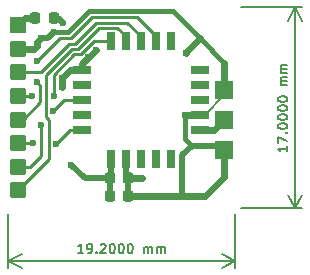
<source format=gbr>
%TF.GenerationSoftware,KiCad,Pcbnew,8.0.9-8.0.9-0~ubuntu22.04.1*%
%TF.CreationDate,2025-04-18T16:48:51+02:00*%
%TF.ProjectId,Adapter_noname_green_RF_module_to_Ebyte_E07_868MS10_FUEL4EP,41646170-7465-4725-9f6e-6f6e616d655f,1.0*%
%TF.SameCoordinates,Original*%
%TF.FileFunction,Copper,L1,Top*%
%TF.FilePolarity,Positive*%
%FSLAX46Y46*%
G04 Gerber Fmt 4.6, Leading zero omitted, Abs format (unit mm)*
G04 Created by KiCad (PCBNEW 8.0.9-8.0.9-0~ubuntu22.04.1) date 2025-04-18 16:48:51*
%MOMM*%
%LPD*%
G01*
G04 APERTURE LIST*
G04 Aperture macros list*
%AMRoundRect*
0 Rectangle with rounded corners*
0 $1 Rounding radius*
0 $2 $3 $4 $5 $6 $7 $8 $9 X,Y pos of 4 corners*
0 Add a 4 corners polygon primitive as box body*
4,1,4,$2,$3,$4,$5,$6,$7,$8,$9,$2,$3,0*
0 Add four circle primitives for the rounded corners*
1,1,$1+$1,$2,$3*
1,1,$1+$1,$4,$5*
1,1,$1+$1,$6,$7*
1,1,$1+$1,$8,$9*
0 Add four rect primitives between the rounded corners*
20,1,$1+$1,$2,$3,$4,$5,0*
20,1,$1+$1,$4,$5,$6,$7,0*
20,1,$1+$1,$6,$7,$8,$9,0*
20,1,$1+$1,$8,$9,$2,$3,0*%
G04 Aperture macros list end*
%ADD10C,0.200000*%
%TA.AperFunction,NonConductor*%
%ADD11C,0.200000*%
%TD*%
%TA.AperFunction,NonConductor*%
%ADD12C,0.150000*%
%TD*%
%TA.AperFunction,CastellatedPad*%
%ADD13R,1.400000X1.400000*%
%TD*%
%TA.AperFunction,CastellatedPad*%
%ADD14RoundRect,0.300000X-0.400000X-0.400000X0.400000X-0.400000X0.400000X0.400000X-0.400000X0.400000X0*%
%TD*%
%TA.AperFunction,SMDPad,CuDef*%
%ADD15RoundRect,0.225000X-0.225000X-0.250000X0.225000X-0.250000X0.225000X0.250000X-0.225000X0.250000X0*%
%TD*%
%TA.AperFunction,CastellatedPad*%
%ADD16R,1.600000X1.600000*%
%TD*%
%TA.AperFunction,SMDPad,CuDef*%
%ADD17RoundRect,0.218750X-0.218750X-0.256250X0.218750X-0.256250X0.218750X0.256250X-0.218750X0.256250X0*%
%TD*%
%TA.AperFunction,SMDPad,CuDef*%
%ADD18R,0.800000X1.500000*%
%TD*%
%TA.AperFunction,SMDPad,CuDef*%
%ADD19R,1.500000X0.800000*%
%TD*%
%TA.AperFunction,ViaPad*%
%ADD20C,0.600000*%
%TD*%
%TA.AperFunction,Conductor*%
%ADD21C,0.600000*%
%TD*%
%TA.AperFunction,Conductor*%
%ADD22C,0.400000*%
%TD*%
%TA.AperFunction,Conductor*%
%ADD23C,0.250000*%
%TD*%
%TA.AperFunction,Conductor*%
%ADD24C,0.500000*%
%TD*%
%TA.AperFunction,Conductor*%
%ADD25C,0.200000*%
%TD*%
G04 APERTURE END LIST*
D10*
D11*
X6361903Y-3804695D02*
X5904760Y-3804695D01*
X6133332Y-3804695D02*
X6133332Y-3004695D01*
X6133332Y-3004695D02*
X6057141Y-3118980D01*
X6057141Y-3118980D02*
X5980951Y-3195171D01*
X5980951Y-3195171D02*
X5904760Y-3233266D01*
X6742856Y-3804695D02*
X6895237Y-3804695D01*
X6895237Y-3804695D02*
X6971427Y-3766600D01*
X6971427Y-3766600D02*
X7009523Y-3728504D01*
X7009523Y-3728504D02*
X7085713Y-3614219D01*
X7085713Y-3614219D02*
X7123808Y-3461838D01*
X7123808Y-3461838D02*
X7123808Y-3157076D01*
X7123808Y-3157076D02*
X7085713Y-3080885D01*
X7085713Y-3080885D02*
X7047618Y-3042790D01*
X7047618Y-3042790D02*
X6971427Y-3004695D01*
X6971427Y-3004695D02*
X6819046Y-3004695D01*
X6819046Y-3004695D02*
X6742856Y-3042790D01*
X6742856Y-3042790D02*
X6704761Y-3080885D01*
X6704761Y-3080885D02*
X6666665Y-3157076D01*
X6666665Y-3157076D02*
X6666665Y-3347552D01*
X6666665Y-3347552D02*
X6704761Y-3423742D01*
X6704761Y-3423742D02*
X6742856Y-3461838D01*
X6742856Y-3461838D02*
X6819046Y-3499933D01*
X6819046Y-3499933D02*
X6971427Y-3499933D01*
X6971427Y-3499933D02*
X7047618Y-3461838D01*
X7047618Y-3461838D02*
X7085713Y-3423742D01*
X7085713Y-3423742D02*
X7123808Y-3347552D01*
X7466666Y-3728504D02*
X7504761Y-3766600D01*
X7504761Y-3766600D02*
X7466666Y-3804695D01*
X7466666Y-3804695D02*
X7428570Y-3766600D01*
X7428570Y-3766600D02*
X7466666Y-3728504D01*
X7466666Y-3728504D02*
X7466666Y-3804695D01*
X7809522Y-3080885D02*
X7847618Y-3042790D01*
X7847618Y-3042790D02*
X7923808Y-3004695D01*
X7923808Y-3004695D02*
X8114284Y-3004695D01*
X8114284Y-3004695D02*
X8190475Y-3042790D01*
X8190475Y-3042790D02*
X8228570Y-3080885D01*
X8228570Y-3080885D02*
X8266665Y-3157076D01*
X8266665Y-3157076D02*
X8266665Y-3233266D01*
X8266665Y-3233266D02*
X8228570Y-3347552D01*
X8228570Y-3347552D02*
X7771427Y-3804695D01*
X7771427Y-3804695D02*
X8266665Y-3804695D01*
X8761904Y-3004695D02*
X8838094Y-3004695D01*
X8838094Y-3004695D02*
X8914285Y-3042790D01*
X8914285Y-3042790D02*
X8952380Y-3080885D01*
X8952380Y-3080885D02*
X8990475Y-3157076D01*
X8990475Y-3157076D02*
X9028570Y-3309457D01*
X9028570Y-3309457D02*
X9028570Y-3499933D01*
X9028570Y-3499933D02*
X8990475Y-3652314D01*
X8990475Y-3652314D02*
X8952380Y-3728504D01*
X8952380Y-3728504D02*
X8914285Y-3766600D01*
X8914285Y-3766600D02*
X8838094Y-3804695D01*
X8838094Y-3804695D02*
X8761904Y-3804695D01*
X8761904Y-3804695D02*
X8685713Y-3766600D01*
X8685713Y-3766600D02*
X8647618Y-3728504D01*
X8647618Y-3728504D02*
X8609523Y-3652314D01*
X8609523Y-3652314D02*
X8571427Y-3499933D01*
X8571427Y-3499933D02*
X8571427Y-3309457D01*
X8571427Y-3309457D02*
X8609523Y-3157076D01*
X8609523Y-3157076D02*
X8647618Y-3080885D01*
X8647618Y-3080885D02*
X8685713Y-3042790D01*
X8685713Y-3042790D02*
X8761904Y-3004695D01*
X9523809Y-3004695D02*
X9599999Y-3004695D01*
X9599999Y-3004695D02*
X9676190Y-3042790D01*
X9676190Y-3042790D02*
X9714285Y-3080885D01*
X9714285Y-3080885D02*
X9752380Y-3157076D01*
X9752380Y-3157076D02*
X9790475Y-3309457D01*
X9790475Y-3309457D02*
X9790475Y-3499933D01*
X9790475Y-3499933D02*
X9752380Y-3652314D01*
X9752380Y-3652314D02*
X9714285Y-3728504D01*
X9714285Y-3728504D02*
X9676190Y-3766600D01*
X9676190Y-3766600D02*
X9599999Y-3804695D01*
X9599999Y-3804695D02*
X9523809Y-3804695D01*
X9523809Y-3804695D02*
X9447618Y-3766600D01*
X9447618Y-3766600D02*
X9409523Y-3728504D01*
X9409523Y-3728504D02*
X9371428Y-3652314D01*
X9371428Y-3652314D02*
X9333332Y-3499933D01*
X9333332Y-3499933D02*
X9333332Y-3309457D01*
X9333332Y-3309457D02*
X9371428Y-3157076D01*
X9371428Y-3157076D02*
X9409523Y-3080885D01*
X9409523Y-3080885D02*
X9447618Y-3042790D01*
X9447618Y-3042790D02*
X9523809Y-3004695D01*
X10285714Y-3004695D02*
X10361904Y-3004695D01*
X10361904Y-3004695D02*
X10438095Y-3042790D01*
X10438095Y-3042790D02*
X10476190Y-3080885D01*
X10476190Y-3080885D02*
X10514285Y-3157076D01*
X10514285Y-3157076D02*
X10552380Y-3309457D01*
X10552380Y-3309457D02*
X10552380Y-3499933D01*
X10552380Y-3499933D02*
X10514285Y-3652314D01*
X10514285Y-3652314D02*
X10476190Y-3728504D01*
X10476190Y-3728504D02*
X10438095Y-3766600D01*
X10438095Y-3766600D02*
X10361904Y-3804695D01*
X10361904Y-3804695D02*
X10285714Y-3804695D01*
X10285714Y-3804695D02*
X10209523Y-3766600D01*
X10209523Y-3766600D02*
X10171428Y-3728504D01*
X10171428Y-3728504D02*
X10133333Y-3652314D01*
X10133333Y-3652314D02*
X10095237Y-3499933D01*
X10095237Y-3499933D02*
X10095237Y-3309457D01*
X10095237Y-3309457D02*
X10133333Y-3157076D01*
X10133333Y-3157076D02*
X10171428Y-3080885D01*
X10171428Y-3080885D02*
X10209523Y-3042790D01*
X10209523Y-3042790D02*
X10285714Y-3004695D01*
X11504762Y-3804695D02*
X11504762Y-3271361D01*
X11504762Y-3347552D02*
X11542857Y-3309457D01*
X11542857Y-3309457D02*
X11619047Y-3271361D01*
X11619047Y-3271361D02*
X11733333Y-3271361D01*
X11733333Y-3271361D02*
X11809524Y-3309457D01*
X11809524Y-3309457D02*
X11847619Y-3385647D01*
X11847619Y-3385647D02*
X11847619Y-3804695D01*
X11847619Y-3385647D02*
X11885714Y-3309457D01*
X11885714Y-3309457D02*
X11961905Y-3271361D01*
X11961905Y-3271361D02*
X12076190Y-3271361D01*
X12076190Y-3271361D02*
X12152381Y-3309457D01*
X12152381Y-3309457D02*
X12190476Y-3385647D01*
X12190476Y-3385647D02*
X12190476Y-3804695D01*
X12571429Y-3804695D02*
X12571429Y-3271361D01*
X12571429Y-3347552D02*
X12609524Y-3309457D01*
X12609524Y-3309457D02*
X12685714Y-3271361D01*
X12685714Y-3271361D02*
X12800000Y-3271361D01*
X12800000Y-3271361D02*
X12876191Y-3309457D01*
X12876191Y-3309457D02*
X12914286Y-3385647D01*
X12914286Y-3385647D02*
X12914286Y-3804695D01*
X12914286Y-3385647D02*
X12952381Y-3309457D01*
X12952381Y-3309457D02*
X13028572Y-3271361D01*
X13028572Y-3271361D02*
X13142857Y-3271361D01*
X13142857Y-3271361D02*
X13219048Y-3309457D01*
X13219048Y-3309457D02*
X13257143Y-3385647D01*
X13257143Y-3385647D02*
X13257143Y-3804695D01*
D12*
X0Y-500000D02*
X0Y-5031420D01*
X19200000Y-500000D02*
X19200000Y-5031420D01*
X0Y-4445000D02*
X19200000Y-4445000D01*
X0Y-4445000D02*
X19200000Y-4445000D01*
X0Y-4445000D02*
X1126504Y-3858579D01*
X0Y-4445000D02*
X1126504Y-5031421D01*
X19200000Y-4445000D02*
X18073496Y-5031421D01*
X19200000Y-4445000D02*
X18073496Y-3858579D01*
D10*
D11*
X23616695Y5261903D02*
X23616695Y4804760D01*
X23616695Y5033332D02*
X22816695Y5033332D01*
X22816695Y5033332D02*
X22930980Y4957141D01*
X22930980Y4957141D02*
X23007171Y4880951D01*
X23007171Y4880951D02*
X23045266Y4804760D01*
X22816695Y5528570D02*
X22816695Y6061904D01*
X22816695Y6061904D02*
X23616695Y5719046D01*
X23540504Y6366666D02*
X23578600Y6404761D01*
X23578600Y6404761D02*
X23616695Y6366666D01*
X23616695Y6366666D02*
X23578600Y6328570D01*
X23578600Y6328570D02*
X23540504Y6366666D01*
X23540504Y6366666D02*
X23616695Y6366666D01*
X22816695Y6899999D02*
X22816695Y6976189D01*
X22816695Y6976189D02*
X22854790Y7052380D01*
X22854790Y7052380D02*
X22892885Y7090475D01*
X22892885Y7090475D02*
X22969076Y7128570D01*
X22969076Y7128570D02*
X23121457Y7166665D01*
X23121457Y7166665D02*
X23311933Y7166665D01*
X23311933Y7166665D02*
X23464314Y7128570D01*
X23464314Y7128570D02*
X23540504Y7090475D01*
X23540504Y7090475D02*
X23578600Y7052380D01*
X23578600Y7052380D02*
X23616695Y6976189D01*
X23616695Y6976189D02*
X23616695Y6899999D01*
X23616695Y6899999D02*
X23578600Y6823808D01*
X23578600Y6823808D02*
X23540504Y6785713D01*
X23540504Y6785713D02*
X23464314Y6747618D01*
X23464314Y6747618D02*
X23311933Y6709522D01*
X23311933Y6709522D02*
X23121457Y6709522D01*
X23121457Y6709522D02*
X22969076Y6747618D01*
X22969076Y6747618D02*
X22892885Y6785713D01*
X22892885Y6785713D02*
X22854790Y6823808D01*
X22854790Y6823808D02*
X22816695Y6899999D01*
X22816695Y7661904D02*
X22816695Y7738094D01*
X22816695Y7738094D02*
X22854790Y7814285D01*
X22854790Y7814285D02*
X22892885Y7852380D01*
X22892885Y7852380D02*
X22969076Y7890475D01*
X22969076Y7890475D02*
X23121457Y7928570D01*
X23121457Y7928570D02*
X23311933Y7928570D01*
X23311933Y7928570D02*
X23464314Y7890475D01*
X23464314Y7890475D02*
X23540504Y7852380D01*
X23540504Y7852380D02*
X23578600Y7814285D01*
X23578600Y7814285D02*
X23616695Y7738094D01*
X23616695Y7738094D02*
X23616695Y7661904D01*
X23616695Y7661904D02*
X23578600Y7585713D01*
X23578600Y7585713D02*
X23540504Y7547618D01*
X23540504Y7547618D02*
X23464314Y7509523D01*
X23464314Y7509523D02*
X23311933Y7471427D01*
X23311933Y7471427D02*
X23121457Y7471427D01*
X23121457Y7471427D02*
X22969076Y7509523D01*
X22969076Y7509523D02*
X22892885Y7547618D01*
X22892885Y7547618D02*
X22854790Y7585713D01*
X22854790Y7585713D02*
X22816695Y7661904D01*
X22816695Y8423809D02*
X22816695Y8499999D01*
X22816695Y8499999D02*
X22854790Y8576190D01*
X22854790Y8576190D02*
X22892885Y8614285D01*
X22892885Y8614285D02*
X22969076Y8652380D01*
X22969076Y8652380D02*
X23121457Y8690475D01*
X23121457Y8690475D02*
X23311933Y8690475D01*
X23311933Y8690475D02*
X23464314Y8652380D01*
X23464314Y8652380D02*
X23540504Y8614285D01*
X23540504Y8614285D02*
X23578600Y8576190D01*
X23578600Y8576190D02*
X23616695Y8499999D01*
X23616695Y8499999D02*
X23616695Y8423809D01*
X23616695Y8423809D02*
X23578600Y8347618D01*
X23578600Y8347618D02*
X23540504Y8309523D01*
X23540504Y8309523D02*
X23464314Y8271428D01*
X23464314Y8271428D02*
X23311933Y8233332D01*
X23311933Y8233332D02*
X23121457Y8233332D01*
X23121457Y8233332D02*
X22969076Y8271428D01*
X22969076Y8271428D02*
X22892885Y8309523D01*
X22892885Y8309523D02*
X22854790Y8347618D01*
X22854790Y8347618D02*
X22816695Y8423809D01*
X22816695Y9185714D02*
X22816695Y9261904D01*
X22816695Y9261904D02*
X22854790Y9338095D01*
X22854790Y9338095D02*
X22892885Y9376190D01*
X22892885Y9376190D02*
X22969076Y9414285D01*
X22969076Y9414285D02*
X23121457Y9452380D01*
X23121457Y9452380D02*
X23311933Y9452380D01*
X23311933Y9452380D02*
X23464314Y9414285D01*
X23464314Y9414285D02*
X23540504Y9376190D01*
X23540504Y9376190D02*
X23578600Y9338095D01*
X23578600Y9338095D02*
X23616695Y9261904D01*
X23616695Y9261904D02*
X23616695Y9185714D01*
X23616695Y9185714D02*
X23578600Y9109523D01*
X23578600Y9109523D02*
X23540504Y9071428D01*
X23540504Y9071428D02*
X23464314Y9033333D01*
X23464314Y9033333D02*
X23311933Y8995237D01*
X23311933Y8995237D02*
X23121457Y8995237D01*
X23121457Y8995237D02*
X22969076Y9033333D01*
X22969076Y9033333D02*
X22892885Y9071428D01*
X22892885Y9071428D02*
X22854790Y9109523D01*
X22854790Y9109523D02*
X22816695Y9185714D01*
X23616695Y10404762D02*
X23083361Y10404762D01*
X23159552Y10404762D02*
X23121457Y10442857D01*
X23121457Y10442857D02*
X23083361Y10519047D01*
X23083361Y10519047D02*
X23083361Y10633333D01*
X23083361Y10633333D02*
X23121457Y10709524D01*
X23121457Y10709524D02*
X23197647Y10747619D01*
X23197647Y10747619D02*
X23616695Y10747619D01*
X23197647Y10747619D02*
X23121457Y10785714D01*
X23121457Y10785714D02*
X23083361Y10861905D01*
X23083361Y10861905D02*
X23083361Y10976190D01*
X23083361Y10976190D02*
X23121457Y11052381D01*
X23121457Y11052381D02*
X23197647Y11090476D01*
X23197647Y11090476D02*
X23616695Y11090476D01*
X23616695Y11471429D02*
X23083361Y11471429D01*
X23159552Y11471429D02*
X23121457Y11509524D01*
X23121457Y11509524D02*
X23083361Y11585714D01*
X23083361Y11585714D02*
X23083361Y11700000D01*
X23083361Y11700000D02*
X23121457Y11776191D01*
X23121457Y11776191D02*
X23197647Y11814286D01*
X23197647Y11814286D02*
X23616695Y11814286D01*
X23197647Y11814286D02*
X23121457Y11852381D01*
X23121457Y11852381D02*
X23083361Y11928572D01*
X23083361Y11928572D02*
X23083361Y12042857D01*
X23083361Y12042857D02*
X23121457Y12119048D01*
X23121457Y12119048D02*
X23197647Y12157143D01*
X23197647Y12157143D02*
X23616695Y12157143D01*
D12*
X19700000Y0D02*
X24843420Y0D01*
X19700000Y17000000D02*
X24843420Y17000000D01*
X24257000Y0D02*
X24257000Y17000000D01*
X24257000Y0D02*
X24257000Y17000000D01*
X24257000Y0D02*
X23670579Y1126504D01*
X24257000Y0D02*
X24843421Y1126504D01*
X24257000Y17000000D02*
X24843421Y15873496D01*
X24257000Y17000000D02*
X23670579Y15873496D01*
D13*
%TO.P,JC1,1,Pin_1*%
%TO.N,/VDD*%
X800000Y15500000D03*
%TD*%
D14*
%TO.P,JC5,1,Pin_1*%
%TO.N,/MISO{slash}GDO1*%
X800000Y7500000D03*
%TD*%
D15*
%TO.P,C2,1*%
%TO.N,VDDA*%
X8610000Y2540000D03*
%TO.P,C2,2*%
%TO.N,GND*%
X10160000Y2540000D03*
%TD*%
D16*
%TO.P,JA1,1,Pin_1*%
%TO.N,GND*%
X18300000Y4960000D03*
%TD*%
D17*
%TO.P,FB1,1*%
%TO.N,/VDD*%
X2262500Y16100000D03*
%TO.P,FB1,2*%
%TO.N,VDDA*%
X3837500Y16100000D03*
%TD*%
D14*
%TO.P,JC8,1,Pin_1*%
%TO.N,/~{CS}*%
X800000Y1500000D03*
%TD*%
D16*
%TO.P,JA3,1,Pin_1*%
%TO.N,GND*%
X18300000Y10040000D03*
%TD*%
%TO.P,JA2,1,Pin_1*%
%TO.N,/ANT*%
X18300000Y7500000D03*
%TD*%
D14*
%TO.P,JC6,1,Pin_1*%
%TO.N,/GDO2*%
X800000Y5500000D03*
%TD*%
D15*
%TO.P,C1,1*%
%TO.N,VDDA*%
X8610000Y1016000D03*
%TO.P,C1,2*%
%TO.N,GND*%
X10160000Y1016000D03*
%TD*%
D14*
%TO.P,JC3,1,Pin_1*%
%TO.N,/MOSI*%
X800000Y11500000D03*
%TD*%
%TO.P,JC2,1,Pin_1*%
%TO.N,GND*%
X800000Y13500000D03*
%TD*%
D18*
%TO.P,Module1,1A,SCK*%
%TO.N,/SCK*%
X8683000Y14191000D03*
D19*
%TO.P,Module1,1B,ANT*%
%TO.N,/ANT*%
X16223000Y6651000D03*
D18*
%TO.P,Module1,1C,VCC*%
%TO.N,VDDA*%
X8683000Y4191000D03*
D19*
%TO.P,Module1,1D,GD02*%
%TO.N,/GDO2*%
X6223000Y6651000D03*
D18*
%TO.P,Module1,2A,~{CSN}*%
%TO.N,/~{CS}*%
X9953000Y14191000D03*
D19*
%TO.P,Module1,2B,GND*%
%TO.N,GND*%
X16223000Y7921000D03*
D18*
%TO.P,Module1,2C,GND*%
X9953000Y4191000D03*
D19*
%TO.P,Module1,2D,NC*%
%TO.N,unconnected-(Module1-NC-Pad2D)*%
X6223000Y7921000D03*
D18*
%TO.P,Module1,3A,MOSI*%
%TO.N,/MOSI*%
X11223000Y14191000D03*
D19*
%TO.P,Module1,3B,NC*%
%TO.N,unconnected-(Module1-NC-Pad3B)*%
X16223000Y9191000D03*
D18*
%TO.P,Module1,3C,NC*%
%TO.N,unconnected-(Module1-NC-Pad3C)*%
X11223000Y4191000D03*
D19*
%TO.P,Module1,3D,GD00*%
%TO.N,/GDO0*%
X6223000Y9191000D03*
D18*
%TO.P,Module1,4A,MISO/GD01*%
%TO.N,/MISO{slash}GDO1*%
X12493000Y14191000D03*
D19*
%TO.P,Module1,4B,NC*%
%TO.N,unconnected-(Module1-NC-Pad4B)*%
X16223000Y10461000D03*
D18*
%TO.P,Module1,4C,NC*%
%TO.N,unconnected-(Module1-NC-Pad4C)*%
X12493000Y4191000D03*
D19*
%TO.P,Module1,4D,NC*%
%TO.N,unconnected-(Module1-NC-Pad4D)*%
X6223000Y10461000D03*
D18*
%TO.P,Module1,5A,NC*%
%TO.N,unconnected-(Module1-NC-Pad5A)*%
X13763000Y14191000D03*
D19*
%TO.P,Module1,5B,NC*%
%TO.N,unconnected-(Module1-NC-Pad5B)*%
X16223000Y11731000D03*
D18*
%TO.P,Module1,5C,NC*%
%TO.N,unconnected-(Module1-NC-Pad5C)*%
X13763000Y4191000D03*
D19*
%TO.P,Module1,5D,GND*%
%TO.N,GND*%
X6223000Y11731000D03*
%TD*%
D14*
%TO.P,JC4,1,Pin_1*%
%TO.N,/SCK*%
X800000Y9500000D03*
%TD*%
%TO.P,JC7,1,Pin_1*%
%TO.N,/GDO0*%
X800000Y3500000D03*
%TD*%
D20*
%TO.N,GND*%
X15050000Y13150000D03*
X16228500Y14378500D03*
X18288000Y12319000D03*
X4572000Y11049000D03*
X11303000Y2540000D03*
X6779317Y12785502D03*
X15544800Y5283200D03*
X11176000Y1016000D03*
X4572000Y10287000D03*
X2766814Y14439651D03*
X18288000Y2667000D03*
X2413000Y13716000D03*
X3860800Y14935200D03*
X14986000Y7874000D03*
X7441298Y13386702D03*
%TO.N,/SCK*%
X3832000Y9525000D03*
X2032000Y9531298D03*
%TO.N,/GDO0*%
X3810000Y8255002D03*
X2794000Y7045015D03*
%TO.N,/GDO2*%
X4063996Y5461000D03*
X2119000Y5500000D03*
%TO.N,VDDA*%
X5334000Y3683000D03*
X4650000Y15700000D03*
%TO.N,/MISO{slash}GDO1*%
X2413001Y12445998D03*
X2413006Y10668000D03*
%TD*%
D21*
%TO.N,GND*%
X16228500Y14378500D02*
X15050000Y13200000D01*
X15050000Y13200000D02*
X15050000Y13150000D01*
D22*
X16228500Y14378500D02*
X13916000Y16691000D01*
D23*
%TO.N,/MOSI*%
X11223000Y14541000D02*
X10048000Y15716000D01*
%TO.N,/~{CS}*%
X9228000Y15266000D02*
X7716000Y15266000D01*
D22*
%TO.N,GND*%
X18288000Y12319000D02*
X16228500Y14378500D01*
D23*
%TO.N,/~{CS}*%
X9953000Y14541000D02*
X9228000Y15266000D01*
%TO.N,/MOSI*%
X2750000Y11500000D02*
X800000Y11500000D01*
%TO.N,/SCK*%
X8683000Y14191000D02*
X7291000Y14191000D01*
%TO.N,/~{CS}*%
X3429000Y4129000D02*
X800000Y1500000D01*
%TO.N,/MOSI*%
X5675000Y13925000D02*
X5175000Y13925000D01*
%TO.N,/MISO{slash}GDO1*%
X10868000Y16166000D02*
X7069123Y16166000D01*
D22*
%TO.N,GND*%
X6801661Y16691000D02*
X5045861Y14935200D01*
D23*
%TO.N,/~{CS}*%
X7716000Y15266000D02*
X5925000Y13475000D01*
%TO.N,/MOSI*%
X5175000Y13925000D02*
X2750000Y11500000D01*
X10048000Y15716000D02*
X7466000Y15716000D01*
D22*
%TO.N,GND*%
X5045861Y14935200D02*
X3860800Y14935200D01*
D23*
%TO.N,/MISO{slash}GDO1*%
X12493000Y14541000D02*
X10868000Y16166000D01*
D24*
%TO.N,VDDA*%
X4250000Y16100000D02*
X4650000Y15700000D01*
X3975000Y16100000D02*
X4250000Y16100000D01*
D23*
%TO.N,/~{CS}*%
X3157000Y7699405D02*
X3429000Y7427405D01*
%TO.N,/MISO{slash}GDO1*%
X5278123Y14375000D02*
X4342003Y14375000D01*
%TO.N,/SCK*%
X3832000Y11282000D02*
X3832000Y9525000D01*
X6125000Y13025000D02*
X5575000Y13025000D01*
X5575000Y13025000D02*
X3832000Y11282000D01*
%TO.N,/~{CS}*%
X3157000Y11257000D02*
X3157000Y7699405D01*
%TO.N,/MISO{slash}GDO1*%
X7069123Y16166000D02*
X5278123Y14375000D01*
X4342003Y14375000D02*
X2413001Y12445998D01*
%TO.N,/~{CS}*%
X3429000Y7427405D02*
X3429000Y4129000D01*
X5375000Y13475000D02*
X3157000Y11257000D01*
D22*
%TO.N,GND*%
X13916000Y16691000D02*
X6801661Y16691000D01*
D23*
%TO.N,/SCK*%
X7291000Y14191000D02*
X6125000Y13025000D01*
%TO.N,/~{CS}*%
X5925000Y13475000D02*
X5375000Y13475000D01*
%TO.N,/MOSI*%
X7466000Y15716000D02*
X5675000Y13925000D01*
D21*
%TO.N,GND*%
X6840098Y12785502D02*
X6779317Y12785502D01*
X6223000Y11731000D02*
X6223000Y12229185D01*
X6223000Y12229185D02*
X6779317Y12785502D01*
X7441298Y13386702D02*
X6840098Y12785502D01*
%TO.N,/VDD*%
X1400000Y16100000D02*
X2262500Y16100000D01*
D24*
%TO.N,GND*%
X3365251Y14439651D02*
X3860800Y14935200D01*
D21*
X16637000Y1016000D02*
X14732000Y1016000D01*
D22*
X14986000Y7874000D02*
X14986000Y5842000D01*
D21*
X16223000Y7921000D02*
X15033000Y7921000D01*
X6223000Y11731000D02*
X5254000Y11731000D01*
D24*
X15544800Y5283200D02*
X17976800Y5283200D01*
D21*
X18288000Y2667000D02*
X16637000Y1016000D01*
X15033000Y7921000D02*
X14986000Y7874000D01*
X10160000Y2540000D02*
X11303000Y2540000D01*
X2413000Y13716000D02*
X2413000Y14085837D01*
D25*
X16630000Y7921000D02*
X18300000Y9591000D01*
D24*
X14732000Y4470400D02*
X15544800Y5283200D01*
D21*
X14732000Y1016000D02*
X11176000Y1016000D01*
D22*
X14986000Y5842000D02*
X15544800Y5283200D01*
D21*
X4572000Y11049000D02*
X4572000Y10287000D01*
X2197000Y13500000D02*
X2413000Y13716000D01*
D24*
X10160000Y2540000D02*
X10160000Y1016000D01*
X14732000Y1016000D02*
X14732000Y4470400D01*
X9953000Y2747000D02*
X10160000Y2540000D01*
X9953000Y4191000D02*
X9953000Y2747000D01*
D21*
X18300000Y10400000D02*
X18300000Y12307000D01*
X800000Y13500000D02*
X2197000Y13500000D01*
X18300000Y12307000D02*
X18288000Y12319000D01*
X18300000Y2679000D02*
X18288000Y2667000D01*
X18300000Y4960000D02*
X18300000Y2679000D01*
X10160000Y1016000D02*
X11176000Y1016000D01*
X5254000Y11731000D02*
X4572000Y11049000D01*
X2413000Y14085837D02*
X2766814Y14439651D01*
D24*
X2766814Y14439651D02*
X3365251Y14439651D01*
D21*
%TO.N,/ANT*%
X17451000Y6651000D02*
X18300000Y7500000D01*
X16223000Y6651000D02*
X17451000Y6651000D01*
D23*
%TO.N,/SCK*%
X2000702Y9500000D02*
X2032000Y9531298D01*
X800000Y9500000D02*
X2000702Y9500000D01*
%TO.N,/GDO0*%
X1849000Y3500000D02*
X2794000Y4445000D01*
X800000Y3500000D02*
X1849000Y3500000D01*
X2794000Y4445000D02*
X2794000Y7045015D01*
X6223000Y9191000D02*
X4745998Y9191000D01*
X4745998Y9191000D02*
X3810000Y8255002D01*
%TO.N,/GDO2*%
X5253996Y6651000D02*
X4063996Y5461000D01*
X6223000Y6651000D02*
X5253996Y6651000D01*
X800000Y5500000D02*
X2119000Y5500000D01*
D24*
%TO.N,VDDA*%
X6477000Y2540000D02*
X5334000Y3683000D01*
X8610000Y2540000D02*
X8610000Y1016000D01*
X8610000Y2540000D02*
X6477000Y2540000D01*
X8683000Y4191000D02*
X8683000Y2613000D01*
D23*
%TO.N,/MISO{slash}GDO1*%
X2707000Y10374006D02*
X2413006Y10668000D01*
X2707000Y8996991D02*
X2707000Y10374006D01*
X1210009Y7500000D02*
X2707000Y8996991D01*
D21*
%TO.N,/VDD*%
X1400000Y16100000D02*
X800000Y15500000D01*
%TD*%
M02*

</source>
